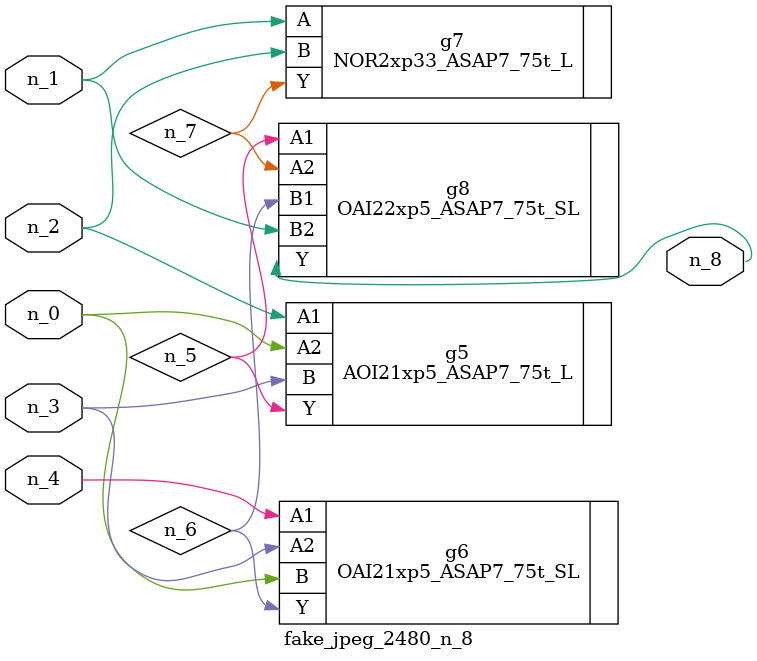
<source format=v>
module fake_jpeg_2480_n_8 (n_3, n_2, n_1, n_0, n_4, n_8);

input n_3;
input n_2;
input n_1;
input n_0;
input n_4;

output n_8;

wire n_6;
wire n_5;
wire n_7;

AOI21xp5_ASAP7_75t_L g5 ( 
.A1(n_2),
.A2(n_0),
.B(n_3),
.Y(n_5)
);

OAI21xp5_ASAP7_75t_SL g6 ( 
.A1(n_4),
.A2(n_3),
.B(n_0),
.Y(n_6)
);

NOR2xp33_ASAP7_75t_L g7 ( 
.A(n_1),
.B(n_2),
.Y(n_7)
);

OAI22xp5_ASAP7_75t_SL g8 ( 
.A1(n_5),
.A2(n_7),
.B1(n_6),
.B2(n_1),
.Y(n_8)
);


endmodule
</source>
